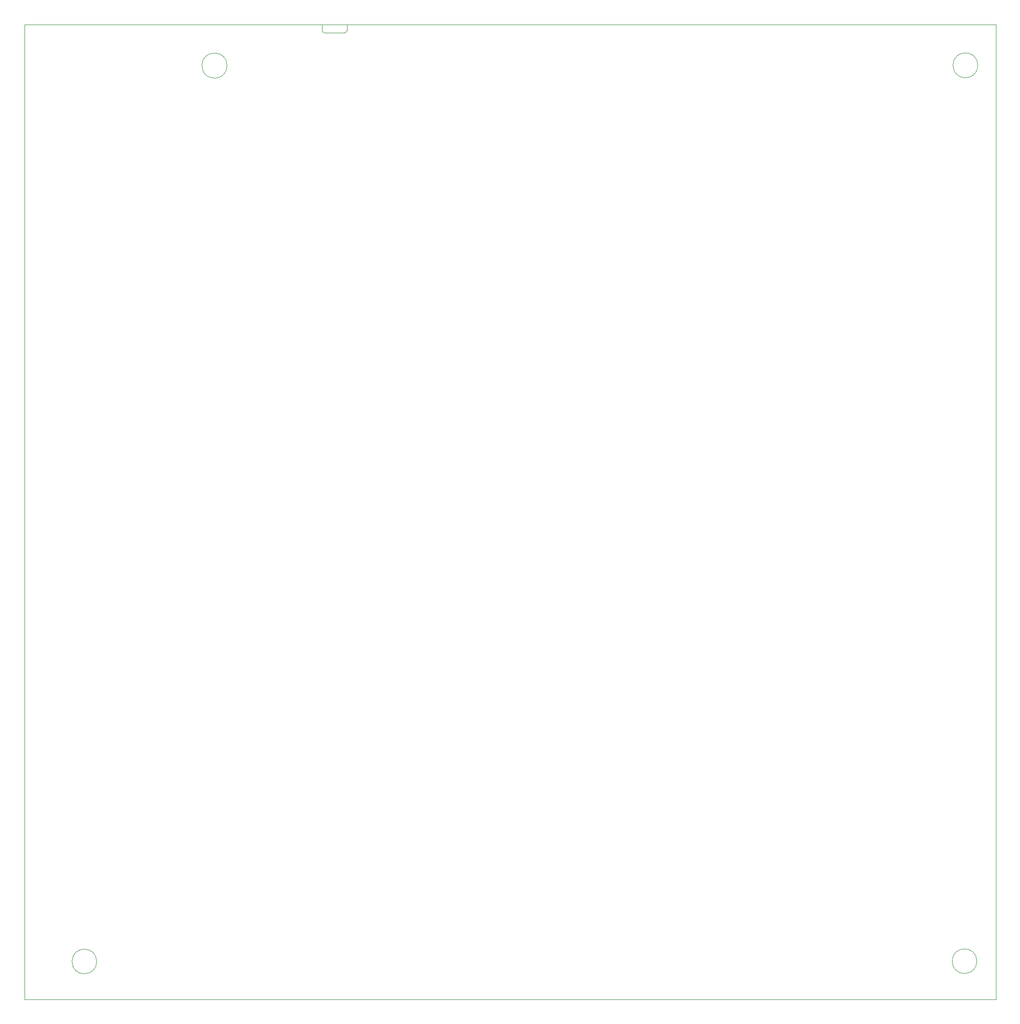
<source format=gm1>
%TF.GenerationSoftware,KiCad,Pcbnew,7.0.10*%
%TF.CreationDate,2024-01-19T17:16:02+02:00*%
%TF.ProjectId,jox030,6a6f7830-3330-42e6-9b69-6361645f7063,rev?*%
%TF.SameCoordinates,Original*%
%TF.FileFunction,Profile,NP*%
%FSLAX46Y46*%
G04 Gerber Fmt 4.6, Leading zero omitted, Abs format (unit mm)*
G04 Created by KiCad (PCBNEW 7.0.10) date 2024-01-19 17:16:02*
%MOMM*%
%LPD*%
G01*
G04 APERTURE LIST*
%TA.AperFunction,Profile*%
%ADD10C,0.100000*%
%TD*%
%TA.AperFunction,Profile*%
%ADD11C,0.120000*%
%TD*%
G04 APERTURE END LIST*
D10*
X182097972Y-177469800D02*
G75*
G03*
X177769228Y-177469800I-2164372J0D01*
G01*
X177769228Y-177469800D02*
G75*
G03*
X182097972Y-177469800I2164372J0D01*
G01*
X182270548Y-19989800D02*
G75*
G03*
X177901452Y-19989800I-2184548J0D01*
G01*
X177901452Y-19989800D02*
G75*
G03*
X182270548Y-19989800I2184548J0D01*
G01*
X50220903Y-20040600D02*
G75*
G03*
X45791097Y-20040600I-2214903J0D01*
G01*
X45791097Y-20040600D02*
G75*
G03*
X50220903Y-20040600I2214903J0D01*
G01*
X27289141Y-177520600D02*
G75*
G03*
X22952059Y-177520600I-2168541J0D01*
G01*
X22952059Y-177520600D02*
G75*
G03*
X27289141Y-177520600I2168541J0D01*
G01*
X14605000Y-12827000D02*
X185420000Y-12827000D01*
X185420000Y-184175400D01*
X14605000Y-184175400D01*
X14605000Y-12827000D01*
D11*
%TO.C,J11*%
X71338800Y-13848200D02*
X71338800Y-12848200D01*
X71338800Y-12848200D02*
X75638800Y-12848200D01*
X67338800Y-14248200D02*
X70938800Y-14248200D01*
X66938800Y-13848200D02*
X66938800Y-12848200D01*
X66938800Y-12848200D02*
X62638800Y-12848200D01*
X70938800Y-14248200D02*
G75*
G03*
X71338800Y-13848200I-2J400002D01*
G01*
X66938800Y-13848200D02*
G75*
G03*
X67338800Y-14248200I400000J0D01*
G01*
%TD*%
M02*

</source>
